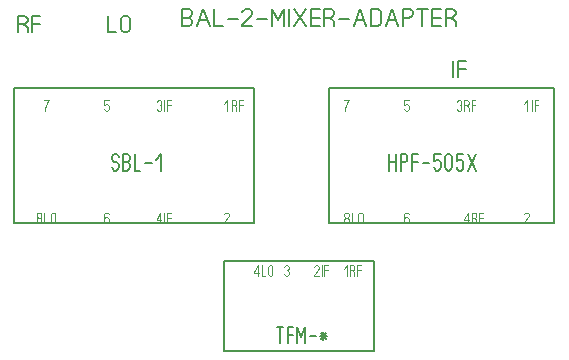
<source format=gbr>
%FSLAX34Y34*%
%MOMM*%
%LNSILK_TOP*%
G71*
G01*
%ADD10C,0.111*%
%ADD11C,0.178*%
%ADD12C,0.150*%
%ADD13C,0.167*%
%LPD*%
G54D10*
X467500Y213316D02*
X469722Y216649D01*
X469722Y207760D01*
G54D10*
X410350Y214982D02*
X410794Y216093D01*
X411683Y216649D01*
X412572Y216649D01*
X413461Y216093D01*
X413906Y214982D01*
X413906Y213871D01*
X413461Y212760D01*
X412572Y212204D01*
X413461Y211649D01*
X413906Y210538D01*
X413906Y209427D01*
X413461Y208316D01*
X412572Y207760D01*
X411683Y207760D01*
X410794Y208316D01*
X410350Y209427D01*
G54D10*
X369456Y216649D02*
X365900Y216649D01*
X365900Y212760D01*
X366344Y212760D01*
X367233Y213316D01*
X368122Y213316D01*
X369011Y212760D01*
X369456Y211649D01*
X369456Y209427D01*
X369011Y208316D01*
X368122Y207760D01*
X367233Y207760D01*
X366344Y208316D01*
X365900Y209427D01*
G54D10*
X315100Y216649D02*
X318656Y216649D01*
X318211Y215538D01*
X317322Y213871D01*
X316433Y211649D01*
X315989Y209982D01*
X315989Y207760D01*
G54D10*
X471056Y112510D02*
X467500Y112510D01*
X467500Y113066D01*
X467944Y114177D01*
X470611Y117510D01*
X471056Y118621D01*
X471056Y119732D01*
X470611Y120843D01*
X469722Y121399D01*
X468833Y121399D01*
X467944Y120843D01*
X467500Y119732D01*
G54D10*
X419367Y112510D02*
X419367Y121399D01*
X416700Y115843D01*
X416700Y114732D01*
X420256Y114732D01*
G54D10*
X369456Y119732D02*
X369011Y120843D01*
X368122Y121399D01*
X367233Y121399D01*
X366344Y120843D01*
X365900Y119732D01*
X365900Y116954D01*
X365900Y116399D01*
X367233Y117510D01*
X368122Y117510D01*
X369011Y116954D01*
X369456Y115843D01*
X369456Y114177D01*
X369011Y113066D01*
X368122Y112510D01*
X367233Y112510D01*
X366344Y113066D01*
X365900Y114177D01*
X365900Y116954D01*
G54D10*
X317322Y116954D02*
X316433Y116954D01*
X315544Y117510D01*
X315100Y118621D01*
X315100Y119732D01*
X315544Y120843D01*
X316433Y121399D01*
X317322Y121399D01*
X318211Y120843D01*
X318656Y119732D01*
X318656Y118621D01*
X318211Y117510D01*
X317322Y116954D01*
X318211Y116399D01*
X318656Y115288D01*
X318656Y114177D01*
X318211Y113066D01*
X317322Y112510D01*
X316433Y112510D01*
X315544Y113066D01*
X315100Y114177D01*
X315100Y115288D01*
X315544Y116399D01*
X316433Y116954D01*
G54D10*
X213500Y213316D02*
X215722Y216649D01*
X215722Y207760D01*
G54D10*
X156350Y214982D02*
X156795Y216093D01*
X157683Y216649D01*
X158572Y216649D01*
X159461Y216093D01*
X159906Y214982D01*
X159906Y213871D01*
X159461Y212760D01*
X158572Y212204D01*
X159461Y211649D01*
X159906Y210538D01*
X159906Y209427D01*
X159461Y208316D01*
X158572Y207760D01*
X157683Y207760D01*
X156795Y208316D01*
X156350Y209427D01*
G54D10*
X115456Y216649D02*
X111900Y216649D01*
X111900Y212760D01*
X112345Y212760D01*
X113233Y213316D01*
X114122Y213316D01*
X115011Y212760D01*
X115456Y211649D01*
X115456Y209427D01*
X115011Y208316D01*
X114122Y207760D01*
X113233Y207760D01*
X112345Y208316D01*
X111900Y209427D01*
G54D10*
X61100Y216649D02*
X64656Y216649D01*
X64211Y215538D01*
X63322Y213871D01*
X62433Y211649D01*
X61989Y209982D01*
X61989Y207760D01*
G54D10*
X217056Y112510D02*
X213500Y112510D01*
X213500Y113066D01*
X213945Y114177D01*
X216611Y117510D01*
X217056Y118621D01*
X217056Y119732D01*
X216611Y120843D01*
X215722Y121399D01*
X214833Y121399D01*
X213945Y120843D01*
X213500Y119732D01*
G54D10*
X159017Y112510D02*
X159017Y121399D01*
X156350Y115843D01*
X156350Y114732D01*
X159906Y114732D01*
G54D10*
X115456Y119732D02*
X115011Y120843D01*
X114122Y121399D01*
X113233Y121399D01*
X112345Y120843D01*
X111900Y119732D01*
X111900Y116954D01*
X111900Y116399D01*
X113233Y117510D01*
X114122Y117510D01*
X115011Y116954D01*
X115456Y115843D01*
X115456Y114177D01*
X115011Y113066D01*
X114122Y112510D01*
X113233Y112510D01*
X112345Y113066D01*
X111900Y114177D01*
X111900Y116954D01*
G54D10*
X56972Y116954D02*
X56083Y116954D01*
X55194Y117510D01*
X54750Y118621D01*
X54750Y119732D01*
X55194Y120843D01*
X56083Y121399D01*
X56972Y121399D01*
X57861Y120843D01*
X58306Y119732D01*
X58306Y118621D01*
X57861Y117510D01*
X56972Y116954D01*
X57861Y116399D01*
X58306Y115288D01*
X58306Y114177D01*
X57861Y113066D01*
X56972Y112510D01*
X56083Y112510D01*
X55194Y113066D01*
X54750Y114177D01*
X54750Y115288D01*
X55194Y116399D01*
X56083Y116954D01*
G54D11*
X353200Y156960D02*
X353200Y171182D01*
G54D11*
X358889Y156960D02*
X358889Y171182D01*
G54D11*
X353200Y164071D02*
X358889Y164071D01*
G54D11*
X362800Y156960D02*
X362800Y171182D01*
X366356Y171182D01*
X367778Y170293D01*
X368489Y168516D01*
X368489Y166738D01*
X367778Y164960D01*
X366356Y164071D01*
X362800Y164071D01*
G54D11*
X372400Y156960D02*
X372400Y171182D01*
X377378Y171182D01*
G54D11*
X372400Y164071D02*
X377378Y164071D01*
G54D11*
X381289Y163182D02*
X386978Y163182D01*
G54D11*
X396578Y171182D02*
X390889Y171182D01*
X390889Y164960D01*
X391600Y164960D01*
X393022Y165849D01*
X394445Y165849D01*
X395867Y164960D01*
X396578Y163182D01*
X396578Y159627D01*
X395867Y157849D01*
X394445Y156960D01*
X393022Y156960D01*
X391600Y157849D01*
X390889Y159627D01*
G54D11*
X406178Y168516D02*
X406178Y159627D01*
X405467Y157849D01*
X404045Y156960D01*
X402622Y156960D01*
X401200Y157849D01*
X400489Y159627D01*
X400489Y168516D01*
X401200Y170293D01*
X402622Y171182D01*
X404045Y171182D01*
X405467Y170293D01*
X406178Y168516D01*
G54D11*
X415778Y171182D02*
X410089Y171182D01*
X410089Y164960D01*
X410800Y164960D01*
X412222Y165849D01*
X413645Y165849D01*
X415067Y164960D01*
X415778Y163182D01*
X415778Y159627D01*
X415067Y157849D01*
X413645Y156960D01*
X412222Y156960D01*
X410800Y157849D01*
X410089Y159627D01*
G54D11*
X419689Y171182D02*
X426800Y156960D01*
G54D11*
X419689Y156960D02*
X426800Y171182D01*
G54D10*
X473850Y207760D02*
X473850Y216649D01*
G54D10*
X476294Y207760D02*
X476294Y216649D01*
X479405Y216649D01*
G54D10*
X476294Y212204D02*
X479405Y212204D01*
G54D10*
X418478Y212204D02*
X419811Y211093D01*
X420256Y209982D01*
X420256Y207760D01*
G54D10*
X416700Y207760D02*
X416700Y216649D01*
X418922Y216649D01*
X419811Y216093D01*
X420256Y214982D01*
X420256Y213871D01*
X419811Y212760D01*
X418922Y212204D01*
X416700Y212204D01*
G54D10*
X422700Y207760D02*
X422700Y216649D01*
X425811Y216649D01*
G54D10*
X422700Y212204D02*
X425811Y212204D01*
G54D10*
X424828Y116954D02*
X426161Y115843D01*
X426606Y114732D01*
X426606Y112510D01*
G54D10*
X423050Y112510D02*
X423050Y121399D01*
X425272Y121399D01*
X426161Y120843D01*
X426606Y119732D01*
X426606Y118621D01*
X426161Y117510D01*
X425272Y116954D01*
X423050Y116954D01*
G54D10*
X429050Y112510D02*
X429050Y121399D01*
X432161Y121399D01*
G54D10*
X429050Y116954D02*
X432161Y116954D01*
G54D10*
X321450Y121399D02*
X321450Y112510D01*
X324561Y112510D01*
G54D10*
X330561Y119732D02*
X330561Y114177D01*
X330116Y113066D01*
X329227Y112510D01*
X328338Y112510D01*
X327449Y113066D01*
X327005Y114177D01*
X327005Y119732D01*
X327449Y120843D01*
X328338Y121399D01*
X329227Y121399D01*
X330116Y120843D01*
X330561Y119732D01*
G54D11*
X118250Y159627D02*
X118961Y157849D01*
X120383Y156960D01*
X121806Y156960D01*
X123228Y157849D01*
X123939Y159627D01*
X123939Y161404D01*
X123228Y163182D01*
X121806Y164071D01*
X120383Y164071D01*
X118961Y164960D01*
X118250Y166738D01*
X118250Y168516D01*
X118961Y170293D01*
X120383Y171182D01*
X121806Y171182D01*
X123228Y170293D01*
X123939Y168516D01*
G54D11*
X127850Y156960D02*
X127850Y171182D01*
X131406Y171182D01*
X132828Y170293D01*
X133539Y168516D01*
X133539Y166738D01*
X132828Y164960D01*
X131406Y164071D01*
X132828Y163182D01*
X133539Y161404D01*
X133539Y159627D01*
X132828Y157849D01*
X131406Y156960D01*
X127850Y156960D01*
G54D11*
X127850Y164071D02*
X131406Y164071D01*
G54D11*
X137450Y171182D02*
X137450Y156960D01*
X142428Y156960D01*
G54D11*
X146339Y163182D02*
X152028Y163182D01*
G54D11*
X155939Y165849D02*
X159495Y171182D01*
X159495Y156960D01*
G54D10*
X61100Y121399D02*
X61100Y112510D01*
X64211Y112510D01*
G54D10*
X70211Y119732D02*
X70211Y114177D01*
X69766Y113066D01*
X68877Y112510D01*
X67988Y112510D01*
X67099Y113066D01*
X66655Y114177D01*
X66655Y119732D01*
X67099Y120843D01*
X67988Y121399D01*
X68877Y121399D01*
X69766Y120843D01*
X70211Y119732D01*
G54D10*
X221628Y212204D02*
X222961Y211093D01*
X223406Y209982D01*
X223406Y207760D01*
G54D10*
X219850Y207760D02*
X219850Y216649D01*
X222072Y216649D01*
X222961Y216093D01*
X223406Y214982D01*
X223406Y213871D01*
X222961Y212760D01*
X222072Y212204D01*
X219850Y212204D01*
G54D10*
X225850Y207760D02*
X225850Y216649D01*
X228961Y216649D01*
G54D10*
X225850Y212204D02*
X228961Y212204D01*
G54D10*
X162700Y207760D02*
X162700Y216649D01*
G54D10*
X165144Y207760D02*
X165144Y216649D01*
X168255Y216649D01*
G54D10*
X165144Y212204D02*
X168255Y212204D01*
G54D10*
X162700Y112510D02*
X162700Y121399D01*
G54D10*
X165144Y112510D02*
X165144Y121399D01*
X168255Y121399D01*
G54D10*
X165144Y116954D02*
X168255Y116954D01*
G54D10*
X315100Y73616D02*
X317322Y76949D01*
X317322Y68060D01*
G54D10*
X321544Y72504D02*
X322877Y71393D01*
X323322Y70282D01*
X323322Y68060D01*
G54D10*
X319766Y68060D02*
X319766Y76949D01*
X321988Y76949D01*
X322877Y76393D01*
X323322Y75282D01*
X323322Y74171D01*
X322877Y73060D01*
X321988Y72504D01*
X319766Y72504D01*
G54D10*
X325766Y68060D02*
X325766Y76949D01*
X328877Y76949D01*
G54D10*
X325766Y72504D02*
X328877Y72504D01*
G54D10*
X293256Y68060D02*
X289700Y68060D01*
X289700Y68616D01*
X290144Y69727D01*
X292811Y73060D01*
X293256Y74171D01*
X293256Y75282D01*
X292811Y76393D01*
X291922Y76949D01*
X291033Y76949D01*
X290144Y76393D01*
X289700Y75282D01*
G54D10*
X295700Y68060D02*
X295700Y76949D01*
G54D10*
X298144Y68060D02*
X298144Y76949D01*
X301255Y76949D01*
G54D10*
X298144Y72504D02*
X301255Y72504D01*
G54D10*
X264300Y75282D02*
X264744Y76393D01*
X265633Y76949D01*
X266522Y76949D01*
X267411Y76393D01*
X267856Y75282D01*
X267856Y74171D01*
X267411Y73060D01*
X266522Y72504D01*
X267411Y71949D01*
X267856Y70838D01*
X267856Y69727D01*
X267411Y68616D01*
X266522Y68060D01*
X265633Y68060D01*
X264744Y68616D01*
X264300Y69727D01*
G54D10*
X241567Y68060D02*
X241567Y76949D01*
X238900Y71393D01*
X238900Y70282D01*
X242456Y70282D01*
G54D10*
X244900Y76949D02*
X244900Y68060D01*
X248011Y68060D01*
G54D10*
X254011Y75282D02*
X254011Y69727D01*
X253566Y68616D01*
X252677Y68060D01*
X251788Y68060D01*
X250899Y68616D01*
X250455Y69727D01*
X250455Y75282D01*
X250899Y76393D01*
X251788Y76949D01*
X252677Y76949D01*
X253566Y76393D01*
X254011Y75282D01*
G54D12*
X35700Y226810D02*
X238900Y226810D01*
X238900Y112510D01*
X35700Y112510D01*
X35700Y226810D01*
G54D12*
X302400Y226810D02*
X492900Y226810D01*
X492900Y112510D01*
X302400Y112510D01*
X302400Y226810D01*
G54D12*
X213500Y80760D02*
X340500Y80760D01*
X340500Y4560D01*
X213500Y4560D01*
X213500Y80760D01*
G54D13*
X260617Y10910D02*
X260617Y24243D01*
G54D13*
X257950Y24243D02*
X263283Y24243D01*
G54D13*
X266950Y10910D02*
X266950Y24243D01*
X271617Y24243D01*
G54D13*
X266950Y17577D02*
X271617Y17577D01*
G54D13*
X275284Y10910D02*
X275284Y24243D01*
X278617Y15910D01*
X281951Y24243D01*
X281951Y10910D01*
G54D13*
X285618Y16743D02*
X290951Y16743D01*
G54D13*
X294618Y16743D02*
X299951Y16743D01*
G54D13*
X297285Y20077D02*
X297285Y13410D01*
G54D13*
X295285Y19243D02*
X299285Y14243D01*
G54D13*
X295285Y14243D02*
X299285Y19243D01*
G54D13*
X407200Y236310D02*
X407200Y249643D01*
G54D13*
X410867Y236310D02*
X410867Y249643D01*
X417867Y249643D01*
G54D13*
X410867Y242977D02*
X417867Y242977D01*
G54D13*
X42900Y281077D02*
X45900Y279410D01*
X46900Y277743D01*
X46900Y274410D01*
G54D13*
X38900Y274410D02*
X38900Y287743D01*
X43900Y287743D01*
X45900Y286910D01*
X46900Y285243D01*
X46900Y283577D01*
X45900Y281910D01*
X43900Y281077D01*
X38900Y281077D01*
G54D13*
X50567Y274410D02*
X50567Y287743D01*
X57567Y287743D01*
G54D13*
X50567Y281077D02*
X57567Y281077D01*
G54D13*
X115100Y287743D02*
X115100Y274410D01*
X122100Y274410D01*
G54D13*
X133767Y285243D02*
X133767Y276910D01*
X132767Y275243D01*
X130767Y274410D01*
X128767Y274410D01*
X126767Y275243D01*
X125767Y276910D01*
X125767Y285243D01*
X126767Y286910D01*
X128767Y287743D01*
X130767Y287743D01*
X132767Y286910D01*
X133767Y285243D01*
G54D11*
X177800Y279400D02*
X177800Y293622D01*
X183133Y293622D01*
X185267Y292733D01*
X186333Y290956D01*
X186333Y289178D01*
X185267Y287400D01*
X183133Y286511D01*
X185267Y285622D01*
X186333Y283844D01*
X186333Y282067D01*
X185267Y280289D01*
X183133Y279400D01*
X177800Y279400D01*
G54D11*
X177800Y286511D02*
X183133Y286511D01*
G54D11*
X190244Y279400D02*
X195577Y293622D01*
X200911Y279400D01*
G54D11*
X192377Y284733D02*
X198777Y284733D01*
G54D11*
X204822Y293622D02*
X204822Y279400D01*
X212289Y279400D01*
G54D11*
X216200Y285622D02*
X224733Y285622D01*
G54D11*
X237177Y279400D02*
X228644Y279400D01*
X228644Y280289D01*
X229711Y282067D01*
X236111Y287400D01*
X237177Y289178D01*
X237177Y290956D01*
X236111Y292733D01*
X233977Y293622D01*
X231844Y293622D01*
X229711Y292733D01*
X228644Y290956D01*
G54D11*
X241088Y285622D02*
X249621Y285622D01*
G54D11*
X253532Y279400D02*
X253532Y293622D01*
X258865Y284733D01*
X264199Y293622D01*
X264199Y279400D01*
G54D11*
X268110Y279400D02*
X268110Y293622D01*
G54D11*
X272021Y293622D02*
X282688Y279400D01*
G54D11*
X272021Y279400D02*
X282688Y293622D01*
G54D11*
X294066Y279400D02*
X286599Y279400D01*
X286599Y293622D01*
X294066Y293622D01*
G54D11*
X286599Y286511D02*
X294066Y286511D01*
G54D11*
X302244Y286511D02*
X305444Y284733D01*
X306510Y282956D01*
X306510Y279400D01*
G54D11*
X297977Y279400D02*
X297977Y293622D01*
X303310Y293622D01*
X305444Y292733D01*
X306510Y290956D01*
X306510Y289178D01*
X305444Y287400D01*
X303310Y286511D01*
X297977Y286511D01*
G54D11*
X310421Y285622D02*
X318954Y285622D01*
G54D11*
X322865Y279400D02*
X328198Y293622D01*
X333532Y279400D01*
G54D11*
X324998Y284733D02*
X331398Y284733D01*
G54D11*
X337443Y279400D02*
X337443Y293622D01*
X342776Y293622D01*
X344910Y292733D01*
X345976Y290956D01*
X345976Y282067D01*
X344910Y280289D01*
X342776Y279400D01*
X337443Y279400D01*
G54D11*
X349887Y279400D02*
X355220Y293622D01*
X360554Y279400D01*
G54D11*
X352020Y284733D02*
X358420Y284733D01*
G54D11*
X364465Y279400D02*
X364465Y293622D01*
X369798Y293622D01*
X371932Y292733D01*
X372998Y290956D01*
X372998Y289178D01*
X371932Y287400D01*
X369798Y286511D01*
X364465Y286511D01*
G54D11*
X381176Y279400D02*
X381176Y293622D01*
G54D11*
X376909Y293622D02*
X385442Y293622D01*
G54D11*
X396820Y279400D02*
X389353Y279400D01*
X389353Y293622D01*
X396820Y293622D01*
G54D11*
X389353Y286511D02*
X396820Y286511D01*
G54D11*
X404998Y286511D02*
X408198Y284733D01*
X409264Y282956D01*
X409264Y279400D01*
G54D11*
X400731Y279400D02*
X400731Y293622D01*
X406064Y293622D01*
X408198Y292733D01*
X409264Y290956D01*
X409264Y289178D01*
X408198Y287400D01*
X406064Y286511D01*
X400731Y286511D01*
M02*

</source>
